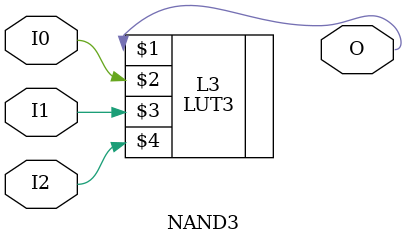
<source format=v>


`timescale  1 ps / 1 ps


module NAND3 (O, I0, I1, I2);

    output O;

    input  I0, I1, I2;

    LUT3 #(.INIT(8'h7F)) L3 (O, I0, I1, I2);

endmodule

</source>
